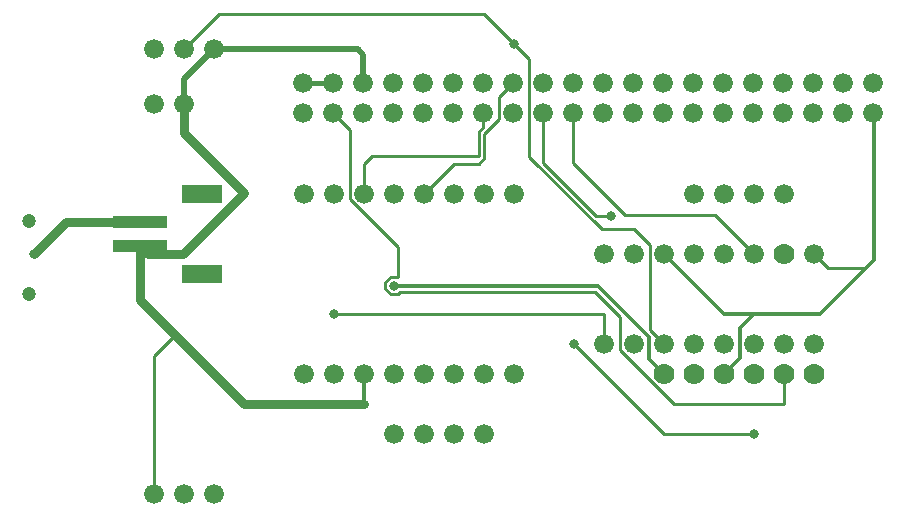
<source format=gbr>
%TF.GenerationSoftware,KiCad,Pcbnew,(6.0.7-1)-1*%
%TF.CreationDate,2022-09-15T19:16:24-07:00*%
%TF.ProjectId,KamiPCBv2,4b616d69-5043-4427-9632-2e6b69636164,rev?*%
%TF.SameCoordinates,Original*%
%TF.FileFunction,Copper,L2,Bot*%
%TF.FilePolarity,Positive*%
%FSLAX46Y46*%
G04 Gerber Fmt 4.6, Leading zero omitted, Abs format (unit mm)*
G04 Created by KiCad (PCBNEW (6.0.7-1)-1) date 2022-09-15 19:16:24*
%MOMM*%
%LPD*%
G01*
G04 APERTURE LIST*
%TA.AperFunction,ComponentPad*%
%ADD10C,1.676400*%
%TD*%
%TA.AperFunction,SMDPad,CuDef*%
%ADD11R,4.600000X1.000000*%
%TD*%
%TA.AperFunction,SMDPad,CuDef*%
%ADD12R,3.400000X1.600000*%
%TD*%
%TA.AperFunction,ComponentPad*%
%ADD13C,1.200000*%
%TD*%
%TA.AperFunction,ComponentPad*%
%ADD14C,1.778000*%
%TD*%
%TA.AperFunction,ViaPad*%
%ADD15C,0.800000*%
%TD*%
%TA.AperFunction,Conductor*%
%ADD16C,0.250000*%
%TD*%
%TA.AperFunction,Conductor*%
%ADD17C,0.350000*%
%TD*%
%TA.AperFunction,Conductor*%
%ADD18C,0.406400*%
%TD*%
%TA.AperFunction,Conductor*%
%ADD19C,0.254000*%
%TD*%
%TA.AperFunction,Conductor*%
%ADD20C,0.750000*%
%TD*%
%TA.AperFunction,Conductor*%
%ADD21C,0.500000*%
%TD*%
G04 APERTURE END LIST*
D10*
%TO.P,,*%
%TO.N,*%
X157480000Y-101600000D03*
%TD*%
%TO.P,,*%
%TO.N,*%
X160020000Y-101600000D03*
%TD*%
%TO.P,,*%
%TO.N,*%
X162560000Y-101600000D03*
%TD*%
%TO.P,,*%
%TO.N,*%
X165100000Y-101600000D03*
%TD*%
D11*
%TO.P,X1,*%
%TO.N,*%
X110600000Y-106000000D03*
X110600000Y-104000000D03*
D12*
%TO.P,X1,NC1*%
%TO.N,N/C*%
X115800000Y-101600000D03*
%TO.P,X1,NC2*%
X115800000Y-108400000D03*
%TD*%
D13*
%TO.P,,*%
%TO.N,*%
X101140000Y-110125000D03*
%TD*%
%TO.P,,*%
%TO.N,*%
X101140000Y-103875000D03*
%TD*%
D10*
%TO.P,RPI1,1*%
%TO.N,3.3V*%
X124370757Y-94773271D03*
%TO.P,RPI1,2*%
%TO.N,5.0V*%
X124370757Y-92233271D03*
%TO.P,RPI1,3*%
%TO.N,SDA*%
X126910757Y-94773271D03*
%TO.P,RPI1,4*%
%TO.N,5.0V*%
X126910757Y-92233271D03*
%TO.P,RPI1,5*%
%TO.N,SCL*%
X129450757Y-94773271D03*
%TO.P,RPI1,6*%
%TO.N,GND*%
X129450757Y-92233271D03*
%TO.P,RPI1,7*%
%TO.N,GPIO4*%
X131990757Y-94773271D03*
%TO.P,RPI1,8*%
%TO.N,TXD*%
X131990757Y-92233271D03*
%TO.P,RPI1,9*%
%TO.N,GND*%
X134530757Y-94773271D03*
%TO.P,RPI1,10*%
%TO.N,RXD*%
X134530757Y-92233271D03*
%TO.P,RPI1,11*%
%TO.N,GPIO17*%
X137070757Y-94773271D03*
%TO.P,RPI1,12*%
%TO.N,GPIO18*%
X137070757Y-92233271D03*
%TO.P,RPI1,13*%
%TO.N,GPIO27*%
X139610757Y-94773271D03*
%TO.P,RPI1,14*%
%TO.N,GND*%
X139610757Y-92233271D03*
%TO.P,RPI1,15*%
%TO.N,GPIO22*%
X142150757Y-94773271D03*
%TO.P,RPI1,16*%
%TO.N,GPIO23*%
X142150757Y-92233271D03*
%TO.P,RPI1,17*%
%TO.N,3.3V*%
X144690757Y-94773271D03*
%TO.P,RPI1,18*%
%TO.N,GPIO24*%
X144690757Y-92233271D03*
%TO.P,RPI1,19*%
%TO.N,SPI_MOSI*%
X147230757Y-94773271D03*
%TO.P,RPI1,20*%
%TO.N,GND*%
X147230757Y-92233271D03*
%TO.P,RPI1,21*%
%TO.N,SPI_MISO*%
X149770757Y-94773271D03*
%TO.P,RPI1,22*%
%TO.N,GPIO25*%
X149770757Y-92233271D03*
%TO.P,RPI1,23*%
%TO.N,SPI_SCLK*%
X152310757Y-94773271D03*
%TO.P,RPI1,24*%
%TO.N,SPI_CE0*%
X152310757Y-92233271D03*
%TO.P,RPI1,25*%
%TO.N,GND*%
X154850757Y-94773271D03*
%TO.P,RPI1,26*%
%TO.N,SPI_CE1*%
X154850757Y-92233271D03*
%TO.P,RPI1,27*%
%TO.N,EEDATA*%
X157390757Y-94773271D03*
%TO.P,RPI1,28*%
%TO.N,EECLK*%
X157390757Y-92233271D03*
%TO.P,RPI1,29*%
%TO.N,GPIO5*%
X159930757Y-94773271D03*
%TO.P,RPI1,30*%
%TO.N,GND*%
X159930757Y-92233271D03*
%TO.P,RPI1,31*%
%TO.N,GPIO6*%
X162470757Y-94773271D03*
%TO.P,RPI1,32*%
%TO.N,GPIO12*%
X162470757Y-92233271D03*
%TO.P,RPI1,33*%
%TO.N,GPIO13*%
X165010757Y-94773271D03*
%TO.P,RPI1,34*%
%TO.N,GND*%
X165010757Y-92233271D03*
%TO.P,RPI1,35*%
%TO.N,GPIO19*%
X167550757Y-94773271D03*
%TO.P,RPI1,36*%
%TO.N,GPIO16*%
X167550757Y-92233271D03*
%TO.P,RPI1,37*%
%TO.N,GPIO26*%
X170090757Y-94773271D03*
%TO.P,RPI1,38*%
%TO.N,GPIO20*%
X170090757Y-92233271D03*
%TO.P,RPI1,39*%
%TO.N,GND*%
X172630757Y-94773271D03*
%TO.P,RPI1,40*%
%TO.N,GPIO21*%
X172630757Y-92233271D03*
%TD*%
D14*
%TO.P,,*%
%TO.N,GPIO26*%
X167640000Y-116840000D03*
%TD*%
%TO.P,,*%
%TO.N,5.0V*%
X154940000Y-116840000D03*
%TD*%
%TO.P,,*%
%TO.N,GND*%
X160020000Y-116840000D03*
%TD*%
%TO.P,,*%
%TO.N,SDA*%
X165100000Y-116840000D03*
%TD*%
D10*
%TO.P,,*%
%TO.N,CH0*%
X149860000Y-114300000D03*
%TD*%
%TO.P,,11*%
%TO.N,GPIO24*%
X137160000Y-101600000D03*
%TD*%
%TO.P,,13*%
%TO.N,GPIO17*%
X132080000Y-101600000D03*
%TD*%
%TO.P,,*%
%TO.N,CH1*%
X152400000Y-114300000D03*
%TD*%
%TO.P,,*%
%TO.N,3.3V*%
X149860000Y-106680000D03*
%TD*%
D14*
%TO.P,,*%
%TO.N,GPIO16*%
X165100000Y-106680000D03*
%TD*%
D10*
%TO.P,,*%
%TO.N,CH2*%
X114300000Y-89360000D03*
%TD*%
%TO.P,,*%
%TO.N,CH2*%
X154940000Y-114300000D03*
%TD*%
%TO.P,,*%
%TO.N,M2+*%
X137160000Y-116840000D03*
%TD*%
%TO.P,,CH3*%
%TO.N,N/C*%
X157480000Y-114300000D03*
%TD*%
%TO.P,,6*%
%TO.N,GND*%
X129540000Y-116840000D03*
%TD*%
%TO.P,,*%
%TO.N,M2+*%
X137160000Y-121920000D03*
%TD*%
%TO.P,,*%
%TO.N,M1-*%
X134620000Y-121920000D03*
%TD*%
%TO.P,,15*%
%TO.N,GPIO22*%
X127000000Y-101600000D03*
%TD*%
%TO.P,,8*%
%TO.N,5.0V*%
X124460000Y-116840000D03*
%TD*%
%TO.P,,14*%
%TO.N,GPIO27*%
X129540000Y-101600000D03*
%TD*%
%TO.P,,*%
%TO.N,GND*%
X167640000Y-106680000D03*
%TD*%
%TO.P,,*%
%TO.N,AN2*%
X111760000Y-89360000D03*
%TD*%
%TO.P,,*%
%TO.N,GND*%
X154940000Y-106680000D03*
%TD*%
%TO.P,,*%
%TO.N,M2-*%
X139700000Y-121920000D03*
%TD*%
%TO.P,,*%
%TO.N,CHRGR*%
X111760000Y-93980000D03*
%TD*%
%TO.P,,10*%
%TO.N,GPIO18*%
X139700000Y-101600000D03*
%TD*%
%TO.P,,16*%
%TO.N,GPIO13*%
X124460000Y-101600000D03*
%TD*%
%TO.P,,CH6*%
%TO.N,N/C*%
X165100000Y-114300000D03*
%TD*%
%TO.P,,*%
%TO.N,SPI_MISO*%
X160020000Y-106680000D03*
%TD*%
%TO.P,,*%
%TO.N,AN1*%
X114300000Y-127000000D03*
%TD*%
%TO.P,,*%
%TO.N,GND*%
X111760000Y-127000000D03*
%TD*%
%TO.P,,*%
%TO.N,3.3V*%
X152400000Y-106680000D03*
%TD*%
%TO.P,,CH4*%
%TO.N,N/C*%
X160020000Y-114300000D03*
%TD*%
%TO.P,,*%
%TO.N,M2-*%
X139700000Y-116840000D03*
%TD*%
%TO.P,,CH7*%
%TO.N,N/C*%
X167640000Y-114300000D03*
%TD*%
%TO.P,,*%
%TO.N,M1-*%
X134620000Y-116840000D03*
%TD*%
%TO.P,,*%
%TO.N,SPI_MOSI*%
X162560000Y-106680000D03*
%TD*%
%TO.P,,9*%
%TO.N,GND*%
X142240000Y-101600000D03*
%TD*%
%TO.P,,1*%
%TO.N,GND*%
X142240000Y-116840000D03*
%TD*%
%TO.P,,CH5*%
%TO.N,N/C*%
X162560000Y-114300000D03*
%TD*%
D14*
%TO.P,,*%
%TO.N,3.3V*%
X157480000Y-116840000D03*
%TD*%
D10*
%TO.P,,12*%
%TO.N,GPIO23*%
X134620000Y-101600000D03*
%TD*%
%TO.P,,7*%
%TO.N,5.0V*%
X127000000Y-116840000D03*
%TD*%
D14*
%TO.P,,*%
%TO.N,SCL*%
X162560000Y-116840000D03*
%TD*%
D10*
%TO.P,,*%
%TO.N,M1+*%
X132080000Y-121920000D03*
%TD*%
%TO.P,,*%
%TO.N,M1+*%
X132080000Y-116840000D03*
%TD*%
%TO.P,,*%
%TO.N,GND*%
X116840000Y-89360000D03*
%TD*%
%TO.P,,*%
%TO.N,SPI_SCLK*%
X157480000Y-106680000D03*
%TD*%
%TO.P,,*%
%TO.N,CH1*%
X116840000Y-127000000D03*
%TD*%
%TO.P,,*%
%TO.N,GND*%
X114300000Y-93980000D03*
%TD*%
D15*
%TO.N,SCL*%
X162560000Y-121920000D03*
%TO.N,5.0V*%
X132080000Y-109397000D03*
%TO.N,3.3V*%
X150480000Y-103440000D03*
%TO.N,SCL*%
X147320000Y-114300000D03*
%TO.N,CH2*%
X142240000Y-88900000D03*
%TO.N,CH0*%
X127000000Y-111760000D03*
%TO.N,Batt+*%
X101600000Y-106680000D03*
%TD*%
D16*
%TO.N,GND*%
X113525000Y-113525000D02*
X111760000Y-115290000D01*
X111760000Y-115290000D02*
X111760000Y-127000000D01*
%TO.N,SCL*%
X154940000Y-121920000D02*
X162560000Y-121920000D01*
X147320000Y-114300000D02*
X154940000Y-121920000D01*
%TO.N,SDA*%
X126910757Y-94773271D02*
X128376800Y-96239314D01*
X128376800Y-96239314D02*
X128376800Y-102081814D01*
X132380305Y-106085319D02*
X132380305Y-108672000D01*
X132380305Y-108672000D02*
X131779695Y-108672000D01*
X131779695Y-110122000D02*
X132380305Y-110122000D01*
X131779695Y-108672000D02*
X131355000Y-109096695D01*
X165100000Y-119380000D02*
X165100000Y-116840000D01*
X131355000Y-109697305D02*
X131779695Y-110122000D01*
X128376800Y-102081814D02*
X132380305Y-106085319D01*
X132380305Y-110122000D02*
X132605305Y-109897000D01*
X132605305Y-109897000D02*
X149122787Y-109897000D01*
X131355000Y-109096695D02*
X131355000Y-109697305D01*
X149122787Y-109897000D02*
X151236800Y-112011013D01*
X151236800Y-112011013D02*
X151236800Y-114853656D01*
X151236800Y-114853656D02*
X155763144Y-119380000D01*
X155763144Y-119380000D02*
X165100000Y-119380000D01*
D17*
%TO.N,5.0V*%
X132080000Y-109397000D02*
X149329893Y-109397000D01*
X153665722Y-115565722D02*
X154940000Y-116840000D01*
X149329893Y-109397000D02*
X153665722Y-113732829D01*
X153665722Y-113732829D02*
X153665722Y-115565722D01*
D16*
%TO.N,3.3V*%
X144690757Y-98970757D02*
X149160000Y-103440000D01*
X149160000Y-103440000D02*
X150480000Y-103440000D01*
D17*
%TO.N,GND*%
X162560000Y-111760000D02*
X160020000Y-111760000D01*
X162560000Y-111760000D02*
X161346800Y-112973200D01*
X168157566Y-111760000D02*
X162560000Y-111760000D01*
X161346800Y-115513200D02*
X160020000Y-116840000D01*
X161346800Y-112973200D02*
X161346800Y-115513200D01*
D18*
%TO.N,5.0V*%
X124370757Y-92233271D02*
X126910757Y-92233271D01*
D19*
%TO.N,GPIO27*%
X139242800Y-96330622D02*
X139242800Y-98413422D01*
X130186578Y-98413422D02*
X129540000Y-99060000D01*
X139242800Y-98413422D02*
X130186578Y-98413422D01*
X139610757Y-95962665D02*
X139242800Y-96330622D01*
X129540000Y-99060000D02*
X129540000Y-101600000D01*
X139610757Y-94773271D02*
X139610757Y-95962665D01*
D16*
%TO.N,SPI_MOSI*%
X162560000Y-106680000D02*
X159295000Y-103415000D01*
X159295000Y-103415000D02*
X151675000Y-103415000D01*
X147230757Y-98970757D02*
X147230757Y-94773271D01*
X151675000Y-103415000D02*
X147230757Y-98970757D01*
%TO.N,3.3V*%
X144690757Y-94773271D02*
X144690757Y-98970757D01*
D17*
%TO.N,GND*%
X129540000Y-119380000D02*
X129540000Y-116840000D01*
D16*
X171952856Y-107894000D02*
X172720000Y-107126856D01*
D20*
X110600000Y-106000000D02*
X110600000Y-110600000D01*
D17*
X160020000Y-111760000D02*
X154940000Y-106680000D01*
D20*
X111280000Y-106680000D02*
X110600000Y-106000000D01*
D21*
X116840000Y-89360000D02*
X128990757Y-89360000D01*
X128990757Y-89360000D02*
X129450757Y-89820000D01*
D17*
X172720000Y-94862514D02*
X172720000Y-107197566D01*
D20*
X114300000Y-96450000D02*
X114300000Y-93980000D01*
D21*
X114300000Y-91900000D02*
X116840000Y-89360000D01*
D20*
X113525000Y-113525000D02*
X119380000Y-119380000D01*
D21*
X114300000Y-93980000D02*
X114300000Y-91900000D01*
D16*
X168854000Y-107894000D02*
X171952856Y-107894000D01*
D20*
X119380000Y-101530000D02*
X114300000Y-96450000D01*
X110600000Y-110600000D02*
X113525000Y-113525000D01*
X114230000Y-106680000D02*
X111280000Y-106680000D01*
D17*
X172630757Y-94773271D02*
X172720000Y-94862514D01*
X172720000Y-107197566D02*
X168157566Y-111760000D01*
D16*
X167640000Y-106680000D02*
X168854000Y-107894000D01*
D20*
X119380000Y-101530000D02*
X114230000Y-106680000D01*
X119380000Y-119380000D02*
X129540000Y-119380000D01*
D21*
X129450757Y-89820000D02*
X129450757Y-92233271D01*
D19*
%TO.N,GPIO23*%
X139700000Y-98609758D02*
X139700000Y-96520000D01*
X139249758Y-99060000D02*
X139700000Y-98609758D01*
X134620000Y-101600000D02*
X137160000Y-99060000D01*
X137160000Y-99060000D02*
X139249758Y-99060000D01*
X140982357Y-93401671D02*
X142150757Y-92233271D01*
X139700000Y-96520000D02*
X140982357Y-95237643D01*
X140982357Y-95237643D02*
X140982357Y-93401671D01*
D16*
%TO.N,CH2*%
X142275114Y-88900000D02*
X143527557Y-90152443D01*
X114300000Y-89360000D02*
X117300000Y-86360000D01*
X117300000Y-86360000D02*
X139700000Y-86360000D01*
X153776800Y-113136800D02*
X154940000Y-114300000D01*
X143527557Y-98446781D02*
X149670776Y-104590000D01*
X139700000Y-86360000D02*
X142240000Y-88900000D01*
X152400000Y-104590000D02*
X153776800Y-105966800D01*
X142240000Y-88900000D02*
X142275114Y-88900000D01*
X149670776Y-104590000D02*
X152400000Y-104590000D01*
X153776800Y-105966800D02*
X153776800Y-113136800D01*
X143527557Y-90152443D02*
X143527557Y-98446781D01*
%TO.N,CH0*%
X127000000Y-111760000D02*
X149860000Y-111760000D01*
X149860000Y-111760000D02*
X149860000Y-114300000D01*
D20*
%TO.N,Batt+*%
X104280000Y-104000000D02*
X101600000Y-106680000D01*
X110600000Y-104000000D02*
X104280000Y-104000000D01*
%TD*%
M02*

</source>
